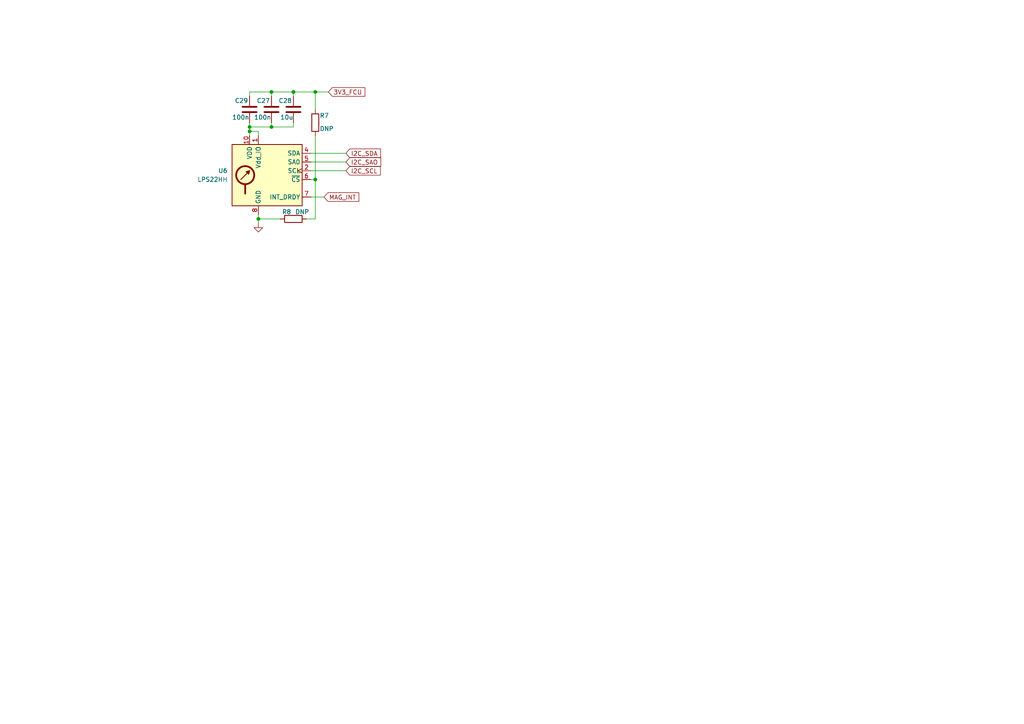
<source format=kicad_sch>
(kicad_sch (version 20250114) (generator "eeschema") (generator_version "9.0")
  (paper "A4")
  (lib_symbols
    (symbol "Device:C" (pin_numbers (hide yes)) (pin_names (offset 0.254))
      (property "Reference" "C" (at 0.635 2.54 0))
      (property "Value" "C" (at 0.635 -2.54 0))
      (symbol "C_0_1"
        (polyline (pts (xy -2.032 0.762) (xy 2.032 0.762)) (stroke (width 0.508)))
        (polyline (pts (xy -2.032 -0.762) (xy 2.032 -0.762)) (stroke (width 0.508)))
      )
      (symbol "C_1_1"
        (pin passive line (at 0 3.81 270) (length 2.794) (name "~") (number "1"))
        (pin passive line (at 0 -3.81 90) (length 2.794) (name "~") (number "2"))
      )
    )
    (symbol "Device:R" (pin_numbers (hide yes)) (pin_names (offset 0))
      (property "Reference" "R" (at 2.032 0 90))
      (property "Value" "R" (at 0 0 90))
      (symbol "R_0_1"
        (rectangle (start -1.016 -2.54) (end 1.016 2.54) (stroke (width 0.254)))
      )
      (symbol "R_1_1"
        (pin passive line (at 0 3.81 270) (length 1.27) (name "~") (number "1"))
        (pin passive line (at 0 -3.81 90) (length 1.27) (name "~") (number "2"))
      )
    )
    (symbol "Sensor_Pressure:LPS22HH"
      (property "Reference" "U" (at -11.43 1.27 0))
      (property "Value" "LPS22HH" (at -11.43 -1.27 0))
      (symbol "LPS22HH_0_1"
        (rectangle (start -10.16 10.16) (end 10.16 -7.62) (stroke (width 0.254)) (fill (type background)))
        (polyline (pts (xy -7.62 0) (xy -5.08 2.54)) (stroke (width 0.254)))
        (circle (center -6.35 1.27) (radius 2.6162) (stroke (width 0.508)))
        (polyline (pts (xy -6.35 -1.524) (xy -6.35 -4.064)) (stroke (width 0.508)))
        (polyline (pts (xy -5.08 2.54) (xy -5.334 1.524) (xy -6.096 2.286) (xy -5.08 2.54)) (stroke (width 0.254)) (fill (type outline)))
      )
      (symbol "LPS22HH_1_1"
        (pin power_in line (at -5.08 12.7 270) (length 2.54) (name "VDD") (number "10"))
        (pin power_in line (at -2.54 12.7 270) (length 2.54) (name "Vdd_IO") (number "1"))
        (pin passive line (at -2.54 -10.16 90) (length 2.54) (hide yes) (name "GND") (number "3"))
        (pin power_in line (at -2.54 -10.16 90) (length 2.54) (name "GND") (number "8"))
        (pin passive line (at -2.54 -10.16 90) (length 2.54) (hide yes) (name "GND") (number "9"))
        (pin bidirectional line (at 12.7 7.62 180) (length 2.54) (name "SDA") (number "4"))
        (pin input line (at 12.7 5.08 180) (length 2.54) (name "SA0") (number "5"))
        (pin input clock (at 12.7 2.54 180) (length 2.54) (name "SCL") (number "2"))
        (pin input line (at 12.7 0 180) (length 2.54) (name "~{CS}") (number "6"))
        (pin output line (at 12.7 -5.08 180) (length 2.54) (name "INT_DRDY") (number "7"))
      )
    )
    (symbol "power:GND" (power) (pin_numbers (hide yes)) (pin_names (offset 0) (hide yes))
      (property "Value" "GND" (at 0 -3.81 0))
      (symbol "GND_0_1"
        (polyline (pts (xy 0 0) (xy 0 -1.27) (xy 1.27 -1.27) (xy 0 -2.54) (xy -1.27 -1.27) (xy 0 -1.27)))
      )
      (symbol "GND_1_1"
        (pin power_in line (at 0 0 270) (length 0) (name "~") (number "1"))
      )
    )
  )
  (junction (at 72.39 38.1))
  (junction (at 78.74 36.83))
  (junction (at 72.39 36.83))
  (junction (at 78.74 26.67))
  (junction (at 91.44 26.67))
  (junction (at 74.93 63.5))
  (junction (at 85.09 26.67))
  (junction (at 91.44 52.07))
  (wire (pts (xy 72.39 36.83) (xy 78.74 36.83)))
  (wire (pts (xy 91.44 26.67) (xy 95.25 26.67)))
  (wire (pts (xy 78.74 26.67) (xy 78.74 27.94)))
  (wire (pts (xy 90.17 52.07) (xy 91.44 52.07)))
  (wire (pts (xy 85.09 26.67) (xy 91.44 26.67)))
  (wire (pts (xy 93.98 57.15) (xy 90.17 57.15)))
  (wire (pts (xy 78.74 35.56) (xy 78.74 36.83)))
  (wire (pts (xy 72.39 38.1) (xy 72.39 39.37)))
  (wire (pts (xy 88.9 63.5) (xy 91.44 63.5)))
  (wire (pts (xy 74.93 38.1) (xy 72.39 38.1)))
  (wire (pts (xy 91.44 26.67) (xy 91.44 31.75)))
  (wire (pts (xy 90.17 44.45) (xy 100.33 44.45)))
  (wire (pts (xy 72.39 26.67) (xy 72.39 27.94)))
  (wire (pts (xy 85.09 26.67) (xy 78.74 26.67)))
  (wire (pts (xy 90.17 49.53) (xy 100.33 49.53)))
  (wire (pts (xy 72.39 35.56) (xy 72.39 36.83)))
  (wire (pts (xy 78.74 36.83) (xy 85.09 36.83)))
  (wire (pts (xy 91.44 52.07) (xy 91.44 63.5)))
  (wire (pts (xy 72.39 36.83) (xy 72.39 38.1)))
  (wire (pts (xy 91.44 39.37) (xy 91.44 52.07)))
  (wire (pts (xy 85.09 27.94) (xy 85.09 26.67)))
  (wire (pts (xy 74.93 63.5) (xy 74.93 64.77)))
  (wire (pts (xy 90.17 46.99) (xy 100.33 46.99)))
  (wire (pts (xy 85.09 35.56) (xy 85.09 36.83)))
  (wire (pts (xy 74.93 62.23) (xy 74.93 63.5)))
  (wire (pts (xy 78.74 26.67) (xy 72.39 26.67)))
  (wire (pts (xy 81.28 63.5) (xy 74.93 63.5)))
  (wire (pts (xy 74.93 39.37) (xy 74.93 38.1)))
  (global_label "I2C_SCL" (shape input) (at 100.33 49.53 0) (property "Intersheetrefs" "${INTERSHEET_REFS}" (effects (hide yes))))
  (global_label "I2C_SDA" (shape input) (at 100.33 44.45 0) (property "Intersheetrefs" "${INTERSHEET_REFS}" (effects (hide yes))))
  (global_label "3V3_FCU" (shape input) (at 95.25 26.67 0) (property "Intersheetrefs" "${INTERSHEET_REFS}" (effects (hide yes))))
  (global_label "I2C_SAO" (shape input) (at 100.33 46.99 0) (property "Intersheetrefs" "${INTERSHEET_REFS}" (effects (hide yes))))
  (global_label "MAG_INT" (shape input) (at 93.98 57.15 0) (property "Intersheetrefs" "${INTERSHEET_REFS}" (effects (hide yes))))
  (symbol (lib_id "Device:C") (at 72.39 31.75 0) (unit 1)
    (property "Reference" "C29" (at 68.072 29.21 0) (effects (justify left)))
    (property "Value" "100n" (at 67.31 34.036 0) (effects (justify left)))
    (property "Footprint" "Capacitor_SMD:C_0805_2012Metric_Pad1.18x1.45mm_HandSolder" (effects (hide yes)))
    (property "Description" "Unpolarized capacitor" (effects (hide yes)))
  )
  (symbol (lib_id "Device:C") (at 85.09 31.75 0) (unit 1)
    (property "Reference" "C28" (at 80.772 29.21 0) (effects (justify left)))
    (property "Value" "10u" (at 81.28 34.036 0) (effects (justify left)))
    (property "Footprint" "Capacitor_SMD:C_0805_2012Metric_Pad1.18x1.45mm_HandSolder" (effects (hide yes)))
    (property "Description" "Unpolarized capacitor" (effects (hide yes)))
  )
  (symbol (lib_id "Device:R") (at 91.44 35.56 0) (mirror x) (unit 1)
    (property "Reference" "R7" (at 92.71 33.528 0) (effects (justify left)))
    (property "Value" "DNP" (at 92.71 37.338 0) (effects (justify left)))
    (property "Footprint" "Resistor_SMD:R_0201_0603Metric" (effects (hide yes)))
    (property "Description" "Resistor" (effects (hide yes)))
  )
  (symbol (lib_id "Device:C") (at 78.74 31.75 0) (unit 1)
    (property "Reference" "C27" (at 74.422 29.21 0) (effects (justify left)))
    (property "Value" "100n" (at 73.66 34.036 0) (effects (justify left)))
    (property "Footprint" "Capacitor_SMD:C_0805_2012Metric_Pad1.18x1.45mm_HandSolder" (effects (hide yes)))
    (property "Description" "Unpolarized capacitor" (effects (hide yes)))
  )
  (symbol (lib_id "Device:R") (at 85.09 63.5 270) (mirror x) (unit 1)
    (property "Reference" "R8" (at 81.788 61.468 90) (effects (justify left)))
    (property "Value" "DNP" (at 85.598 61.468 90) (effects (justify left)))
    (property "Footprint" "Resistor_SMD:R_0201_0603Metric" (effects (hide yes)))
    (property "Description" "Resistor" (effects (hide yes)))
  )
  (symbol (lib_id "power:GND") (at 74.93 64.77 0) (unit 1)
    (property "Reference" "#PWR020" (effects (hide yes)))
    (property "Value" "GND" (effects (hide yes)))
    (property "Description" "Power symbol creates a global label with name \"GND\" , ground" (effects (hide yes)))
  )
  (symbol (lib_id "Sensor_Pressure:LPS22HH") (at 77.47 52.07 0) (unit 1)
    (property "Reference" "U6" (at 66.04 49.5299 0) (effects (justify right)))
    (property "Value" "LPS22HH" (at 66.04 52.0699 0) (effects (justify right)))
    (property "Footprint" "Package_LGA:ST_HLGA-10_2x2mm_P0.5mm_LayoutBorder3x2y" (effects (hide yes)))
    (property "Datasheet" "https://www.st.com/resource/en/datasheet/lps22hh.pdf" (effects (hide yes)))
    (property "Description" "MEMS nano pressure sensor, 260-1260 hPa, absolute digital output baromeeter, 24 bit, SPI, I2C, I3C, 0.65 Pa noise rms, ST_HLGA-10L" (effects (hide yes)))
  )
)
</source>
